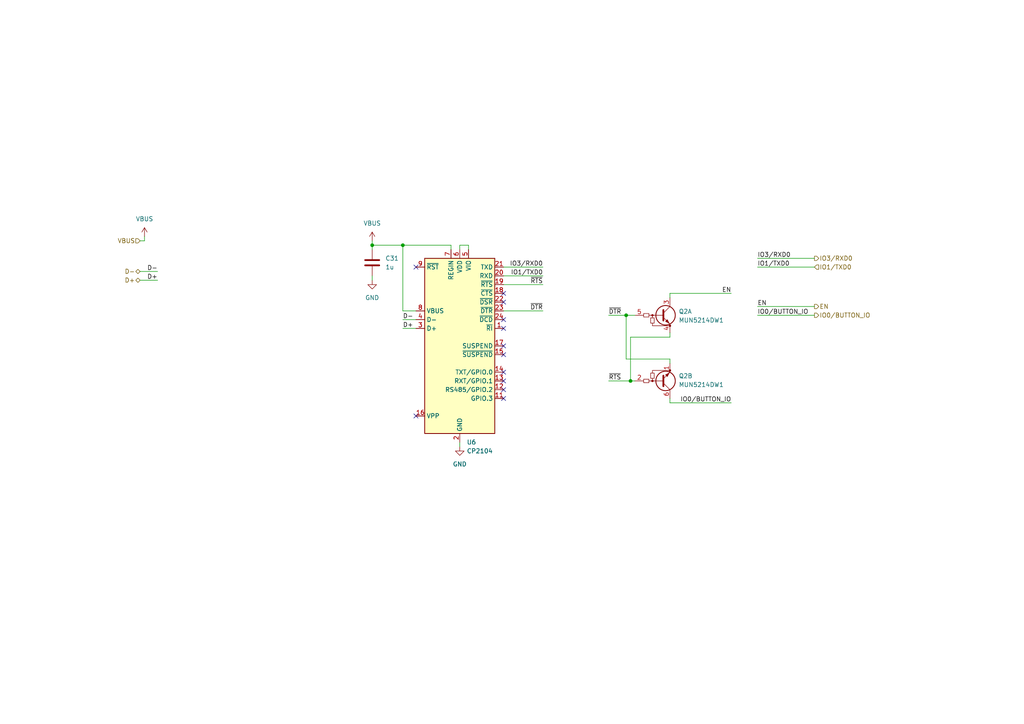
<source format=kicad_sch>
(kicad_sch (version 20211123) (generator eeschema)

  (uuid c316adfa-88f0-4d0a-8139-cb7832624e9b)

  (paper "A4")

  (title_block
    (title "SolarNode")
    (date "2021-12-23")
    (rev "0.1")
  )

  (lib_symbols
    (symbol "Device:C" (pin_numbers hide) (pin_names (offset 0.254)) (in_bom yes) (on_board yes)
      (property "Reference" "C" (id 0) (at 0.635 2.54 0)
        (effects (font (size 1.27 1.27)) (justify left))
      )
      (property "Value" "C" (id 1) (at 0.635 -2.54 0)
        (effects (font (size 1.27 1.27)) (justify left))
      )
      (property "Footprint" "" (id 2) (at 0.9652 -3.81 0)
        (effects (font (size 1.27 1.27)) hide)
      )
      (property "Datasheet" "~" (id 3) (at 0 0 0)
        (effects (font (size 1.27 1.27)) hide)
      )
      (property "ki_keywords" "cap capacitor" (id 4) (at 0 0 0)
        (effects (font (size 1.27 1.27)) hide)
      )
      (property "ki_description" "Unpolarized capacitor" (id 5) (at 0 0 0)
        (effects (font (size 1.27 1.27)) hide)
      )
      (property "ki_fp_filters" "C_*" (id 6) (at 0 0 0)
        (effects (font (size 1.27 1.27)) hide)
      )
      (symbol "C_0_1"
        (polyline
          (pts
            (xy -2.032 -0.762)
            (xy 2.032 -0.762)
          )
          (stroke (width 0.508) (type default) (color 0 0 0 0))
          (fill (type none))
        )
        (polyline
          (pts
            (xy -2.032 0.762)
            (xy 2.032 0.762)
          )
          (stroke (width 0.508) (type default) (color 0 0 0 0))
          (fill (type none))
        )
      )
      (symbol "C_1_1"
        (pin passive line (at 0 3.81 270) (length 2.794)
          (name "~" (effects (font (size 1.27 1.27))))
          (number "1" (effects (font (size 1.27 1.27))))
        )
        (pin passive line (at 0 -3.81 90) (length 2.794)
          (name "~" (effects (font (size 1.27 1.27))))
          (number "2" (effects (font (size 1.27 1.27))))
        )
      )
    )
    (symbol "Interface_USB:CP2104" (in_bom yes) (on_board yes)
      (property "Reference" "U" (id 0) (at -5.08 28.575 0)
        (effects (font (size 1.27 1.27)) (justify right))
      )
      (property "Value" "CP2104" (id 1) (at -5.08 26.67 0)
        (effects (font (size 1.27 1.27)) (justify right))
      )
      (property "Footprint" "Package_DFN_QFN:QFN-24-1EP_4x4mm_P0.5mm_EP2.6x2.6mm" (id 2) (at 29.21 -52.07 0)
        (effects (font (size 1.27 1.27)) (justify left) hide)
      )
      (property "Datasheet" "https://www.silabs.com/documents/public/data-sheets/cp2104.pdf" (id 3) (at 105.41 10.16 0)
        (effects (font (size 1.27 1.27)) hide)
      )
      (property "ki_keywords" "uart usb bridge interface transceiver" (id 4) (at 0 0 0)
        (effects (font (size 1.27 1.27)) hide)
      )
      (property "ki_description" "Single-Chip USB-to-UART Bridge, USB 2.0 Full-Speed, 2Mbps UART, QFN-24" (id 5) (at 0 0 0)
        (effects (font (size 1.27 1.27)) hide)
      )
      (property "ki_fp_filters" "QFN*4x4mm*P0.5mm*" (id 6) (at 0 0 0)
        (effects (font (size 1.27 1.27)) hide)
      )
      (symbol "CP2104_1_1"
        (rectangle (start -10.16 25.4) (end 10.16 -25.4)
          (stroke (width 0.254) (type default) (color 0 0 0 0))
          (fill (type background))
        )
        (pin input line (at 12.7 5.08 180) (length 2.54)
          (name "~{RI}" (effects (font (size 1.27 1.27))))
          (number "1" (effects (font (size 1.27 1.27))))
        )
        (pin no_connect line (at 10.16 -20.32 180) (length 2.54) hide
          (name "NC" (effects (font (size 1.27 1.27))))
          (number "10" (effects (font (size 1.27 1.27))))
        )
        (pin bidirectional line (at 12.7 -15.24 180) (length 2.54)
          (name "GPIO.3" (effects (font (size 1.27 1.27))))
          (number "11" (effects (font (size 1.27 1.27))))
        )
        (pin bidirectional line (at 12.7 -12.7 180) (length 2.54)
          (name "RS485/GPIO.2" (effects (font (size 1.27 1.27))))
          (number "12" (effects (font (size 1.27 1.27))))
        )
        (pin bidirectional line (at 12.7 -10.16 180) (length 2.54)
          (name "RXT/GPIO.1" (effects (font (size 1.27 1.27))))
          (number "13" (effects (font (size 1.27 1.27))))
        )
        (pin bidirectional line (at 12.7 -7.62 180) (length 2.54)
          (name "TXT/GPIO.0" (effects (font (size 1.27 1.27))))
          (number "14" (effects (font (size 1.27 1.27))))
        )
        (pin output line (at 12.7 -2.54 180) (length 2.54)
          (name "~{SUSPEND}" (effects (font (size 1.27 1.27))))
          (number "15" (effects (font (size 1.27 1.27))))
        )
        (pin passive line (at -12.7 -20.32 0) (length 2.54)
          (name "VPP" (effects (font (size 1.27 1.27))))
          (number "16" (effects (font (size 1.27 1.27))))
        )
        (pin output line (at 12.7 0 180) (length 2.54)
          (name "SUSPEND" (effects (font (size 1.27 1.27))))
          (number "17" (effects (font (size 1.27 1.27))))
        )
        (pin input line (at 12.7 15.24 180) (length 2.54)
          (name "~{CTS}" (effects (font (size 1.27 1.27))))
          (number "18" (effects (font (size 1.27 1.27))))
        )
        (pin output line (at 12.7 17.78 180) (length 2.54)
          (name "~{RTS}" (effects (font (size 1.27 1.27))))
          (number "19" (effects (font (size 1.27 1.27))))
        )
        (pin power_in line (at 0 -27.94 90) (length 2.54)
          (name "GND" (effects (font (size 1.27 1.27))))
          (number "2" (effects (font (size 1.27 1.27))))
        )
        (pin input line (at 12.7 20.32 180) (length 2.54)
          (name "RXD" (effects (font (size 1.27 1.27))))
          (number "20" (effects (font (size 1.27 1.27))))
        )
        (pin output line (at 12.7 22.86 180) (length 2.54)
          (name "TXD" (effects (font (size 1.27 1.27))))
          (number "21" (effects (font (size 1.27 1.27))))
        )
        (pin input line (at 12.7 12.7 180) (length 2.54)
          (name "~{DSR}" (effects (font (size 1.27 1.27))))
          (number "22" (effects (font (size 1.27 1.27))))
        )
        (pin output line (at 12.7 10.16 180) (length 2.54)
          (name "~{DTR}" (effects (font (size 1.27 1.27))))
          (number "23" (effects (font (size 1.27 1.27))))
        )
        (pin input line (at 12.7 7.62 180) (length 2.54)
          (name "~{DCD}" (effects (font (size 1.27 1.27))))
          (number "24" (effects (font (size 1.27 1.27))))
        )
        (pin passive line (at 0 -27.94 90) (length 2.54) hide
          (name "GND" (effects (font (size 1.27 1.27))))
          (number "25" (effects (font (size 1.27 1.27))))
        )
        (pin bidirectional line (at -12.7 5.08 0) (length 2.54)
          (name "D+" (effects (font (size 1.27 1.27))))
          (number "3" (effects (font (size 1.27 1.27))))
        )
        (pin bidirectional line (at -12.7 7.62 0) (length 2.54)
          (name "D-" (effects (font (size 1.27 1.27))))
          (number "4" (effects (font (size 1.27 1.27))))
        )
        (pin power_in line (at 2.54 27.94 270) (length 2.54)
          (name "VIO" (effects (font (size 1.27 1.27))))
          (number "5" (effects (font (size 1.27 1.27))))
        )
        (pin power_in line (at 0 27.94 270) (length 2.54)
          (name "VDD" (effects (font (size 1.27 1.27))))
          (number "6" (effects (font (size 1.27 1.27))))
        )
        (pin power_in line (at -2.54 27.94 270) (length 2.54)
          (name "REGIN" (effects (font (size 1.27 1.27))))
          (number "7" (effects (font (size 1.27 1.27))))
        )
        (pin input line (at -12.7 10.16 0) (length 2.54)
          (name "VBUS" (effects (font (size 1.27 1.27))))
          (number "8" (effects (font (size 1.27 1.27))))
        )
        (pin bidirectional line (at -12.7 22.86 0) (length 2.54)
          (name "~{RST}" (effects (font (size 1.27 1.27))))
          (number "9" (effects (font (size 1.27 1.27))))
        )
      )
    )
    (symbol "Transistor_BJT:MUN5211DW1" (pin_names hide) (in_bom yes) (on_board yes)
      (property "Reference" "Q" (id 0) (at 3.81 1.27 0)
        (effects (font (size 1.27 1.27)) (justify left))
      )
      (property "Value" "MUN5211DW1" (id 1) (at 3.81 -1.27 0)
        (effects (font (size 1.27 1.27)) (justify left))
      )
      (property "Footprint" "Package_TO_SOT_SMD:SOT-363_SC-70-6" (id 2) (at 0.127 -11.176 0)
        (effects (font (size 1.27 1.27)) hide)
      )
      (property "Datasheet" "http://www.onsemi.com/pub/Collateral/DTC114ED-D.PDF" (id 3) (at 0 0 0)
        (effects (font (size 1.27 1.27)) hide)
      )
      (property "ki_keywords" "Dual NPN Transistor" (id 4) (at 0 0 0)
        (effects (font (size 1.27 1.27)) hide)
      )
      (property "ki_description" "0.1A Ic, 50V Vce, Dual NPN Bias Resistor Transistors, SOT-363" (id 5) (at 0 0 0)
        (effects (font (size 1.27 1.27)) hide)
      )
      (property "ki_fp_filters" "SOT*363*" (id 6) (at 0 0 0)
        (effects (font (size 1.27 1.27)) hide)
      )
      (symbol "MUN5211DW1_0_1"
        (rectangle (start -6.35 0.508) (end -4.826 -0.508)
          (stroke (width 0) (type default) (color 0 0 0 0))
          (fill (type none))
        )
        (rectangle (start -4.318 -2.286) (end -3.302 -0.762)
          (stroke (width 0) (type default) (color 0 0 0 0))
          (fill (type none))
        )
        (circle (center -3.81 0) (radius 0.254)
          (stroke (width 0) (type default) (color 0 0 0 0))
          (fill (type outline))
        )
        (polyline
          (pts
            (xy -3.81 -0.762)
            (xy -3.81 0)
          )
          (stroke (width 0) (type default) (color 0 0 0 0))
          (fill (type none))
        )
        (polyline
          (pts
            (xy -0.762 0)
            (xy -4.826 0)
          )
          (stroke (width 0) (type default) (color 0 0 0 0))
          (fill (type none))
        )
        (polyline
          (pts
            (xy -0.635 1.524)
            (xy -0.635 -1.524)
          )
          (stroke (width 0.508) (type default) (color 0 0 0 0))
          (fill (type none))
        )
        (polyline
          (pts
            (xy -3.81 -2.286)
            (xy -3.81 -3.048)
            (xy 1.27 -3.048)
          )
          (stroke (width 0) (type default) (color 0 0 0 0))
          (fill (type none))
        )
        (circle (center 1.27 -3.048) (radius 0.254)
          (stroke (width 0) (type default) (color 0 0 0 0))
          (fill (type outline))
        )
      )
      (symbol "MUN5211DW1_1_1"
        (polyline
          (pts
            (xy -0.635 0.635)
            (xy 1.27 2.54)
          )
          (stroke (width 0) (type default) (color 0 0 0 0))
          (fill (type none))
        )
        (polyline
          (pts
            (xy -0.635 -0.635)
            (xy 1.27 -2.54)
            (xy 1.27 -2.54)
          )
          (stroke (width 0) (type default) (color 0 0 0 0))
          (fill (type none))
        )
        (polyline
          (pts
            (xy 0 -1.778)
            (xy 0.508 -1.27)
            (xy 1.016 -2.286)
            (xy 0 -1.778)
            (xy 0 -1.778)
          )
          (stroke (width 0) (type default) (color 0 0 0 0))
          (fill (type outline))
        )
        (circle (center 0 0) (radius 2.8194)
          (stroke (width 0.254) (type default) (color 0 0 0 0))
          (fill (type none))
        )
        (pin passive line (at 1.27 5.08 270) (length 2.54)
          (name "C1" (effects (font (size 1.27 1.27))))
          (number "3" (effects (font (size 1.27 1.27))))
        )
        (pin passive line (at 1.27 -5.08 90) (length 2.54)
          (name "E1" (effects (font (size 1.27 1.27))))
          (number "4" (effects (font (size 1.27 1.27))))
        )
        (pin input line (at -8.89 0 0) (length 2.54)
          (name "B1" (effects (font (size 1.27 1.27))))
          (number "5" (effects (font (size 1.27 1.27))))
        )
      )
      (symbol "MUN5211DW1_2_1"
        (polyline
          (pts
            (xy -0.635 0.635)
            (xy 1.27 2.54)
          )
          (stroke (width 0) (type default) (color 0 0 0 0))
          (fill (type none))
        )
        (polyline
          (pts
            (xy -0.635 -0.635)
            (xy 1.27 -2.54)
            (xy 1.27 -2.54)
          )
          (stroke (width 0) (type default) (color 0 0 0 0))
          (fill (type none))
        )
        (polyline
          (pts
            (xy 0 -1.778)
            (xy 0.508 -1.27)
            (xy 1.016 -2.286)
            (xy 0 -1.778)
            (xy 0 -1.778)
          )
          (stroke (width 0) (type default) (color 0 0 0 0))
          (fill (type outline))
        )
        (circle (center 0 0) (radius 2.8194)
          (stroke (width 0.254) (type default) (color 0 0 0 0))
          (fill (type none))
        )
        (pin passive line (at 1.27 -5.08 90) (length 2.54)
          (name "E2" (effects (font (size 1.27 1.27))))
          (number "1" (effects (font (size 1.27 1.27))))
        )
        (pin input line (at -8.89 0 0) (length 2.54)
          (name "B2" (effects (font (size 1.27 1.27))))
          (number "2" (effects (font (size 1.27 1.27))))
        )
        (pin passive line (at 1.27 5.08 270) (length 2.54)
          (name "C2" (effects (font (size 1.27 1.27))))
          (number "6" (effects (font (size 1.27 1.27))))
        )
      )
    )
    (symbol "power:GND" (power) (pin_names (offset 0)) (in_bom yes) (on_board yes)
      (property "Reference" "#PWR" (id 0) (at 0 -6.35 0)
        (effects (font (size 1.27 1.27)) hide)
      )
      (property "Value" "GND" (id 1) (at 0 -3.81 0)
        (effects (font (size 1.27 1.27)))
      )
      (property "Footprint" "" (id 2) (at 0 0 0)
        (effects (font (size 1.27 1.27)) hide)
      )
      (property "Datasheet" "" (id 3) (at 0 0 0)
        (effects (font (size 1.27 1.27)) hide)
      )
      (property "ki_keywords" "power-flag" (id 4) (at 0 0 0)
        (effects (font (size 1.27 1.27)) hide)
      )
      (property "ki_description" "Power symbol creates a global label with name \"GND\" , ground" (id 5) (at 0 0 0)
        (effects (font (size 1.27 1.27)) hide)
      )
      (symbol "GND_0_1"
        (polyline
          (pts
            (xy 0 0)
            (xy 0 -1.27)
            (xy 1.27 -1.27)
            (xy 0 -2.54)
            (xy -1.27 -1.27)
            (xy 0 -1.27)
          )
          (stroke (width 0) (type default) (color 0 0 0 0))
          (fill (type none))
        )
      )
      (symbol "GND_1_1"
        (pin power_in line (at 0 0 270) (length 0) hide
          (name "GND" (effects (font (size 1.27 1.27))))
          (number "1" (effects (font (size 1.27 1.27))))
        )
      )
    )
    (symbol "power:VBUS" (power) (pin_names (offset 0)) (in_bom yes) (on_board yes)
      (property "Reference" "#PWR" (id 0) (at 0 -3.81 0)
        (effects (font (size 1.27 1.27)) hide)
      )
      (property "Value" "VBUS" (id 1) (at 0 3.81 0)
        (effects (font (size 1.27 1.27)))
      )
      (property "Footprint" "" (id 2) (at 0 0 0)
        (effects (font (size 1.27 1.27)) hide)
      )
      (property "Datasheet" "" (id 3) (at 0 0 0)
        (effects (font (size 1.27 1.27)) hide)
      )
      (property "ki_keywords" "power-flag" (id 4) (at 0 0 0)
        (effects (font (size 1.27 1.27)) hide)
      )
      (property "ki_description" "Power symbol creates a global label with name \"VBUS\"" (id 5) (at 0 0 0)
        (effects (font (size 1.27 1.27)) hide)
      )
      (symbol "VBUS_0_1"
        (polyline
          (pts
            (xy -0.762 1.27)
            (xy 0 2.54)
          )
          (stroke (width 0) (type default) (color 0 0 0 0))
          (fill (type none))
        )
        (polyline
          (pts
            (xy 0 0)
            (xy 0 2.54)
          )
          (stroke (width 0) (type default) (color 0 0 0 0))
          (fill (type none))
        )
        (polyline
          (pts
            (xy 0 2.54)
            (xy 0.762 1.27)
          )
          (stroke (width 0) (type default) (color 0 0 0 0))
          (fill (type none))
        )
      )
      (symbol "VBUS_1_1"
        (pin power_in line (at 0 0 90) (length 0) hide
          (name "VBUS" (effects (font (size 1.27 1.27))))
          (number "1" (effects (font (size 1.27 1.27))))
        )
      )
    )
  )

  (junction (at 107.95 71.12) (diameter 0) (color 0 0 0 0)
    (uuid 41c2e4e9-6f21-4f44-ac36-3b383f6c510f)
  )
  (junction (at 182.88 110.49) (diameter 0) (color 0 0 0 0)
    (uuid 56d8686f-51f3-447d-8031-e4f2717bcbd4)
  )
  (junction (at 116.84 71.12) (diameter 0) (color 0 0 0 0)
    (uuid 5f8b1ee1-d532-480d-a87d-7b8313c7543e)
  )
  (junction (at 181.61 91.44) (diameter 0) (color 0 0 0 0)
    (uuid aaa1083b-b322-48b0-bdd2-07be34f4db6a)
  )

  (no_connect (at 120.65 120.65) (uuid 349981e6-7be2-461a-bfde-4aee61242374))
  (no_connect (at 146.05 85.09) (uuid 4f80f9e0-d622-4020-afe8-8a293106b0c6))
  (no_connect (at 146.05 102.87) (uuid 6552e3c6-b60e-49c2-8919-de5d7d819766))
  (no_connect (at 146.05 107.95) (uuid 68bbe94a-e953-403c-aeb3-785577d2f289))
  (no_connect (at 146.05 110.49) (uuid 73163783-854e-4cf9-bd52-a4261ff5c886))
  (no_connect (at 146.05 92.71) (uuid 8d4eb30c-73d6-453e-af2c-d88450d72223))
  (no_connect (at 146.05 115.57) (uuid 93200fac-8842-4015-9985-ba3a17d0786a))
  (no_connect (at 120.65 77.47) (uuid 97c99f12-e287-46b8-9af1-4595e008436c))
  (no_connect (at 146.05 100.33) (uuid b262b694-af33-4a4c-ad26-b5edc1f538a8))
  (no_connect (at 146.05 113.03) (uuid b4832a6d-31a6-4e1e-b22d-c1df9fcd2ab6))
  (no_connect (at 146.05 87.63) (uuid d10e6c4f-f2aa-43b5-a6fc-0934b66decf0))
  (no_connect (at 146.05 95.25) (uuid dc4e2e01-9968-4395-82d1-f6a40bef2091))

  (wire (pts (xy 135.89 72.39) (xy 135.89 71.12))
    (stroke (width 0) (type default) (color 0 0 0 0))
    (uuid 031c629d-a200-45f3-8138-0bb8718f6f3f)
  )
  (wire (pts (xy 194.31 85.09) (xy 212.09 85.09))
    (stroke (width 0) (type default) (color 0 0 0 0))
    (uuid 0653645b-921b-4ac6-a349-056c6926cee2)
  )
  (wire (pts (xy 219.71 88.9) (xy 236.22 88.9))
    (stroke (width 0) (type default) (color 0 0 0 0))
    (uuid 116ba2c0-c9b8-4d6f-8f04-74d5bbb9a5d5)
  )
  (wire (pts (xy 194.31 97.79) (xy 182.88 97.79))
    (stroke (width 0) (type default) (color 0 0 0 0))
    (uuid 1a6b5bed-117c-46cf-81fe-9f8995eadeea)
  )
  (wire (pts (xy 176.53 91.44) (xy 181.61 91.44))
    (stroke (width 0) (type default) (color 0 0 0 0))
    (uuid 21078989-bd11-4234-9493-df3d9edec816)
  )
  (wire (pts (xy 146.05 77.47) (xy 157.48 77.47))
    (stroke (width 0) (type default) (color 0 0 0 0))
    (uuid 2962051e-21ce-4fc0-bff8-743dde1a63f8)
  )
  (wire (pts (xy 219.71 74.93) (xy 236.22 74.93))
    (stroke (width 0) (type default) (color 0 0 0 0))
    (uuid 2b71fb65-ff99-4af6-b2f3-923896c8e5e4)
  )
  (wire (pts (xy 133.35 128.27) (xy 133.35 129.54))
    (stroke (width 0) (type default) (color 0 0 0 0))
    (uuid 317f5138-9909-45b4-8873-9e50a23fc882)
  )
  (wire (pts (xy 146.05 80.01) (xy 157.48 80.01))
    (stroke (width 0) (type default) (color 0 0 0 0))
    (uuid 3528f2e4-dee7-447d-80e6-565b6f9c42d1)
  )
  (wire (pts (xy 116.84 71.12) (xy 116.84 90.17))
    (stroke (width 0) (type default) (color 0 0 0 0))
    (uuid 36dc57a3-4a3d-48be-967e-b38b21a5f934)
  )
  (wire (pts (xy 41.91 69.85) (xy 41.91 68.58))
    (stroke (width 0) (type default) (color 0 0 0 0))
    (uuid 39a3899d-1da0-436c-9246-86e3a7821960)
  )
  (wire (pts (xy 107.95 80.01) (xy 107.95 81.28))
    (stroke (width 0) (type default) (color 0 0 0 0))
    (uuid 39ad1c57-b544-4659-8f83-6390bd7cf62b)
  )
  (wire (pts (xy 133.35 71.12) (xy 133.35 72.39))
    (stroke (width 0) (type default) (color 0 0 0 0))
    (uuid 39cfd956-8249-4bb3-be05-92bd055c72e2)
  )
  (wire (pts (xy 135.89 71.12) (xy 133.35 71.12))
    (stroke (width 0) (type default) (color 0 0 0 0))
    (uuid 4a87cf67-e8f1-4cc7-b905-4e8131d35e31)
  )
  (wire (pts (xy 116.84 90.17) (xy 120.65 90.17))
    (stroke (width 0) (type default) (color 0 0 0 0))
    (uuid 57eca68a-d142-4087-814f-f6fc6c6cce83)
  )
  (wire (pts (xy 107.95 69.85) (xy 107.95 71.12))
    (stroke (width 0) (type default) (color 0 0 0 0))
    (uuid 5af6f5ea-6f92-4782-839e-f7989354359c)
  )
  (wire (pts (xy 116.84 71.12) (xy 130.81 71.12))
    (stroke (width 0) (type default) (color 0 0 0 0))
    (uuid 60e50883-880e-493d-b449-e69d99d92d91)
  )
  (wire (pts (xy 194.31 104.14) (xy 181.61 104.14))
    (stroke (width 0) (type default) (color 0 0 0 0))
    (uuid 6ac63ae0-e955-472f-b974-76290cb33a42)
  )
  (wire (pts (xy 107.95 71.12) (xy 116.84 71.12))
    (stroke (width 0) (type default) (color 0 0 0 0))
    (uuid 6e96a0f2-f053-4b8a-a624-d2dabe7fa8b7)
  )
  (wire (pts (xy 182.88 97.79) (xy 182.88 110.49))
    (stroke (width 0) (type default) (color 0 0 0 0))
    (uuid 717496a0-92e6-43b1-a3f2-8347171ed053)
  )
  (wire (pts (xy 181.61 91.44) (xy 184.15 91.44))
    (stroke (width 0) (type default) (color 0 0 0 0))
    (uuid 7f4e696f-7dda-40df-ae81-ce4dc2484b97)
  )
  (wire (pts (xy 130.81 72.39) (xy 130.81 71.12))
    (stroke (width 0) (type default) (color 0 0 0 0))
    (uuid 8e3b1c5e-07e3-4e3d-89b1-1eee7100e2ef)
  )
  (wire (pts (xy 116.84 92.71) (xy 120.65 92.71))
    (stroke (width 0) (type default) (color 0 0 0 0))
    (uuid 91e29217-52b5-4c5f-a12b-783bd11aead9)
  )
  (wire (pts (xy 181.61 91.44) (xy 181.61 104.14))
    (stroke (width 0) (type default) (color 0 0 0 0))
    (uuid 9686a67b-25e0-4079-bce3-52294292d310)
  )
  (wire (pts (xy 182.88 110.49) (xy 184.15 110.49))
    (stroke (width 0) (type default) (color 0 0 0 0))
    (uuid b4551639-8472-48bf-9fdb-f9c78fdee867)
  )
  (wire (pts (xy 194.31 86.36) (xy 194.31 85.09))
    (stroke (width 0) (type default) (color 0 0 0 0))
    (uuid b62d2d6d-3480-403e-8aa4-47ccc807151f)
  )
  (wire (pts (xy 219.71 77.47) (xy 236.22 77.47))
    (stroke (width 0) (type default) (color 0 0 0 0))
    (uuid b69f95d1-4f0d-4984-8168-8305b9307801)
  )
  (wire (pts (xy 219.71 91.44) (xy 236.22 91.44))
    (stroke (width 0) (type default) (color 0 0 0 0))
    (uuid bb649e8e-8173-410a-be21-8cabcbd202a8)
  )
  (wire (pts (xy 116.84 95.25) (xy 120.65 95.25))
    (stroke (width 0) (type default) (color 0 0 0 0))
    (uuid bfdd5e51-991f-452c-a9be-76c9c8289b89)
  )
  (wire (pts (xy 194.31 116.84) (xy 212.09 116.84))
    (stroke (width 0) (type default) (color 0 0 0 0))
    (uuid c1c7e22b-caf0-473e-b271-97bdc0894602)
  )
  (wire (pts (xy 194.31 96.52) (xy 194.31 97.79))
    (stroke (width 0) (type default) (color 0 0 0 0))
    (uuid c97b486e-2106-47b7-a62b-7599c11eeae4)
  )
  (wire (pts (xy 194.31 115.57) (xy 194.31 116.84))
    (stroke (width 0) (type default) (color 0 0 0 0))
    (uuid caae0d9e-2977-4fa4-9da9-f1570dc5ce34)
  )
  (wire (pts (xy 40.64 78.74) (xy 45.72 78.74))
    (stroke (width 0) (type default) (color 0 0 0 0))
    (uuid ce925b4c-e5e9-4f6d-99b9-a264199e8ed5)
  )
  (wire (pts (xy 146.05 82.55) (xy 157.48 82.55))
    (stroke (width 0) (type default) (color 0 0 0 0))
    (uuid e56b8faa-6ea1-452d-8cfb-cbaf6bf58e92)
  )
  (wire (pts (xy 40.64 69.85) (xy 41.91 69.85))
    (stroke (width 0) (type default) (color 0 0 0 0))
    (uuid ed398ec1-d757-42a3-a02f-4a937096deb4)
  )
  (wire (pts (xy 40.64 81.28) (xy 45.72 81.28))
    (stroke (width 0) (type default) (color 0 0 0 0))
    (uuid ef10389c-0610-4612-8748-cf8588110b95)
  )
  (wire (pts (xy 176.53 110.49) (xy 182.88 110.49))
    (stroke (width 0) (type default) (color 0 0 0 0))
    (uuid f11f8018-a03f-4b62-a24c-66819faf8bba)
  )
  (wire (pts (xy 107.95 71.12) (xy 107.95 72.39))
    (stroke (width 0) (type default) (color 0 0 0 0))
    (uuid f147729e-07a1-479b-afbd-4049cb3c8edf)
  )
  (wire (pts (xy 146.05 90.17) (xy 157.48 90.17))
    (stroke (width 0) (type default) (color 0 0 0 0))
    (uuid fa661cd9-d8a4-4e17-b81d-4b03208d1ad4)
  )
  (wire (pts (xy 194.31 105.41) (xy 194.31 104.14))
    (stroke (width 0) (type default) (color 0 0 0 0))
    (uuid faac7cd8-9b75-4014-9699-f8d57a6009f9)
  )

  (label "IO0{slash}BUTTON_IO" (at 212.09 116.84 180)
    (effects (font (size 1.27 1.27)) (justify right bottom))
    (uuid 39cfc196-aa82-44c7-ba4f-f2d4f8ae2068)
  )
  (label "~{DTR}" (at 176.53 91.44 0)
    (effects (font (size 1.27 1.27)) (justify left bottom))
    (uuid 425dd7f6-0f40-4c56-b2fc-81e7beb24a68)
  )
  (label "D-" (at 116.84 92.71 0)
    (effects (font (size 1.27 1.27)) (justify left bottom))
    (uuid 4f5a8807-77ff-483d-b06b-d4aed27415c4)
  )
  (label "IO3/RXD0" (at 157.48 77.47 180)
    (effects (font (size 1.27 1.27)) (justify right bottom))
    (uuid 5dff3b12-eb14-47d6-9cef-849231c96bdb)
  )
  (label "IO1/TXD0" (at 157.48 80.01 180)
    (effects (font (size 1.27 1.27)) (justify right bottom))
    (uuid 5f8a5dc4-09c9-4e3b-aa40-60a9831133bf)
  )
  (label "D-" (at 45.72 78.74 180)
    (effects (font (size 1.27 1.27)) (justify right bottom))
    (uuid 6388863a-43e3-495d-a5ca-5117f19b880c)
  )
  (label "~{RTS}" (at 176.53 110.49 0)
    (effects (font (size 1.27 1.27)) (justify left bottom))
    (uuid 668a104d-9935-4189-afd0-89b9dacb2ad6)
  )
  (label "D+" (at 116.84 95.25 0)
    (effects (font (size 1.27 1.27)) (justify left bottom))
    (uuid 6e5af1c9-a5b3-4e03-90f8-54bdc29bc2ac)
  )
  (label "~{RTS}" (at 157.48 82.55 180)
    (effects (font (size 1.27 1.27)) (justify right bottom))
    (uuid 9cd1fac5-0e14-46f2-a28a-6665f76e052b)
  )
  (label "IO3/RXD0" (at 219.71 74.93 0)
    (effects (font (size 1.27 1.27)) (justify left bottom))
    (uuid 9cedb6ef-3886-4624-9fcf-720fc13900f7)
  )
  (label "D+" (at 45.72 81.28 180)
    (effects (font (size 1.27 1.27)) (justify right bottom))
    (uuid cdaa2e29-ebca-44f8-bd5a-5553f9102aee)
  )
  (label "IO0{slash}BUTTON_IO" (at 219.71 91.44 0)
    (effects (font (size 1.27 1.27)) (justify left bottom))
    (uuid e53d02b3-9ad7-4991-9e4f-094a7c742247)
  )
  (label "~{DTR}" (at 157.48 90.17 180)
    (effects (font (size 1.27 1.27)) (justify right bottom))
    (uuid e8e3baa7-4e6e-420d-ac68-8472224a7175)
  )
  (label "EN" (at 212.09 85.09 180)
    (effects (font (size 1.27 1.27)) (justify right bottom))
    (uuid e96e2a36-799f-4bcd-83ed-a16faa18617b)
  )
  (label "IO1{slash}TXD0" (at 219.71 77.47 0)
    (effects (font (size 1.27 1.27)) (justify left bottom))
    (uuid f25eb6c3-574e-4c65-961f-04236847c18d)
  )
  (label "EN" (at 219.71 88.9 0)
    (effects (font (size 1.27 1.27)) (justify left bottom))
    (uuid f787a54d-0b8b-4d83-a82e-c7a1b084a999)
  )

  (hierarchical_label "D+" (shape bidirectional) (at 40.64 81.28 180)
    (effects (font (size 1.27 1.27)) (justify right))
    (uuid 22e2386d-80f7-4c4a-84c6-a0dfbae3dc2a)
  )
  (hierarchical_label "VBUS" (shape input) (at 40.64 69.85 180)
    (effects (font (size 1.27 1.27)) (justify right))
    (uuid 27b3bffd-b10c-47b5-9b3d-09170330669a)
  )
  (hierarchical_label "D-" (shape bidirectional) (at 40.64 78.74 180)
    (effects (font (size 1.27 1.27)) (justify right))
    (uuid 4ee21d82-8695-48b9-8c65-644b6bbf2548)
  )
  (hierarchical_label "IO1{slash}TXD0" (shape input) (at 236.22 77.47 0)
    (effects (font (size 1.27 1.27)) (justify left))
    (uuid 5aee48c9-47ba-472f-95df-8759171458e7)
  )
  (hierarchical_label "IO0{slash}BUTTON_IO" (shape output) (at 236.22 91.44 0)
    (effects (font (size 1.27 1.27)) (justify left))
    (uuid 8ccbe8d8-b4d7-46b7-96da-c9ac3c657e64)
  )
  (hierarchical_label "EN" (shape output) (at 236.22 88.9 0)
    (effects (font (size 1.27 1.27)) (justify left))
    (uuid 950314be-f247-4da3-b1a2-b5b7d2674db3)
  )
  (hierarchical_label "IO3{slash}RXD0" (shape output) (at 236.22 74.93 0)
    (effects (font (size 1.27 1.27)) (justify left))
    (uuid e1a10b5e-3e84-4942-8c6e-e7701209cc3f)
  )

  (symbol (lib_id "power:VBUS") (at 41.91 68.58 0) (unit 1)
    (in_bom yes) (on_board yes) (fields_autoplaced)
    (uuid 174c92ef-a4dc-480c-afdd-0991644a48d1)
    (property "Reference" "#PWR0103" (id 0) (at 41.91 72.39 0)
      (effects (font (size 1.27 1.27)) hide)
    )
    (property "Value" "VBUS" (id 1) (at 41.91 63.5 0))
    (property "Footprint" "" (id 2) (at 41.91 68.58 0)
      (effects (font (size 1.27 1.27)) hide)
    )
    (property "Datasheet" "" (id 3) (at 41.91 68.58 0)
      (effects (font (size 1.27 1.27)) hide)
    )
    (pin "1" (uuid fb651d0f-b778-453f-ba67-7b530e72ee9a))
  )

  (symbol (lib_id "power:GND") (at 107.95 81.28 0) (unit 1)
    (in_bom yes) (on_board yes) (fields_autoplaced)
    (uuid 6a6e0b05-32fa-45f8-8d2c-0fd0d318b0c1)
    (property "Reference" "#PWR0105" (id 0) (at 107.95 87.63 0)
      (effects (font (size 1.27 1.27)) hide)
    )
    (property "Value" "GND" (id 1) (at 107.95 86.36 0))
    (property "Footprint" "" (id 2) (at 107.95 81.28 0)
      (effects (font (size 1.27 1.27)) hide)
    )
    (property "Datasheet" "" (id 3) (at 107.95 81.28 0)
      (effects (font (size 1.27 1.27)) hide)
    )
    (pin "1" (uuid 2be5362a-6fc7-45d7-b8d4-b22ebdca6b33))
  )

  (symbol (lib_id "Transistor_BJT:MUN5211DW1") (at 193.04 91.44 0) (unit 1)
    (in_bom yes) (on_board yes) (fields_autoplaced)
    (uuid 845cf4d3-925e-49e7-ae16-97ae3cd2a548)
    (property "Reference" "Q2" (id 0) (at 196.85 90.3477 0)
      (effects (font (size 1.27 1.27)) (justify left))
    )
    (property "Value" "MUN5214DW1" (id 1) (at 196.85 92.8877 0)
      (effects (font (size 1.27 1.27)) (justify left))
    )
    (property "Footprint" "Package_TO_SOT_SMD:SOT-363_SC-70-6" (id 2) (at 193.167 102.616 0)
      (effects (font (size 1.27 1.27)) hide)
    )
    (property "Datasheet" "https://www.onsemi.com/pdf/datasheet/dtc114yd-d.pdf" (id 3) (at 193.04 91.44 0)
      (effects (font (size 1.27 1.27)) hide)
    )
    (property "MPN" "MUN5214DW1T1G" (id 4) (at 193.04 91.44 0)
      (effects (font (size 1.27 1.27)) hide)
    )
    (property "Manufacturer" "onsemi" (id 5) (at 193.04 91.44 0)
      (effects (font (size 1.27 1.27)) hide)
    )
    (pin "3" (uuid ccf9a446-bdd7-411e-b820-8eb08e78e790))
    (pin "4" (uuid 83376c93-c6e8-4b5f-a997-d260f952ef8b))
    (pin "5" (uuid 8c5e0b2a-800e-4211-993a-66b463aadda7))
  )

  (symbol (lib_id "power:VBUS") (at 107.95 69.85 0) (unit 1)
    (in_bom yes) (on_board yes) (fields_autoplaced)
    (uuid afd42d35-68e8-4b90-896a-b947565a0d49)
    (property "Reference" "#PWR0104" (id 0) (at 107.95 73.66 0)
      (effects (font (size 1.27 1.27)) hide)
    )
    (property "Value" "VBUS" (id 1) (at 107.95 64.77 0))
    (property "Footprint" "" (id 2) (at 107.95 69.85 0)
      (effects (font (size 1.27 1.27)) hide)
    )
    (property "Datasheet" "" (id 3) (at 107.95 69.85 0)
      (effects (font (size 1.27 1.27)) hide)
    )
    (pin "1" (uuid 2e1c760f-8815-4f7c-892e-a2fc9d026fb9))
  )

  (symbol (lib_id "Interface_USB:CP2104") (at 133.35 100.33 0) (unit 1)
    (in_bom yes) (on_board yes) (fields_autoplaced)
    (uuid ce15c2ce-1278-426e-ab04-0361f5d87972)
    (property "Reference" "U6" (id 0) (at 135.3694 128.27 0)
      (effects (font (size 1.27 1.27)) (justify left))
    )
    (property "Value" "CP2104" (id 1) (at 135.3694 130.81 0)
      (effects (font (size 1.27 1.27)) (justify left))
    )
    (property "Footprint" "Package_DFN_QFN:QFN-24-1EP_4x4mm_P0.5mm_EP2.6x2.6mm" (id 2) (at 162.56 152.4 0)
      (effects (font (size 1.27 1.27)) (justify left) hide)
    )
    (property "Datasheet" "https://www.silabs.com/documents/public/data-sheets/cp2104.pdf" (id 3) (at 238.76 90.17 0)
      (effects (font (size 1.27 1.27)) hide)
    )
    (property "MPN" "CP2104-F03-GM" (id 4) (at 133.35 100.33 0)
      (effects (font (size 1.27 1.27)) hide)
    )
    (property "Manufacturer" "Silicon Labs" (id 5) (at 133.35 100.33 0)
      (effects (font (size 1.27 1.27)) hide)
    )
    (pin "1" (uuid 013ba31b-a5dd-4a83-9bd8-d25ec98b2ab9))
    (pin "10" (uuid b128f4f1-d0a8-4a3a-9e0d-777d41876ce5))
    (pin "11" (uuid b78f70ff-4269-4016-b82a-448372b38197))
    (pin "12" (uuid e9cb9065-dad5-4eef-8cc8-cb2265e482f3))
    (pin "13" (uuid 0d319434-5c1b-4c3c-8a63-0287675fdcc0))
    (pin "14" (uuid ec815cb2-3d71-442c-bf1e-95d756004bfa))
    (pin "15" (uuid 252e8e72-9880-4a4d-b472-42739093398c))
    (pin "16" (uuid b0cfa47b-39f2-42b8-b298-2d8d60b7a941))
    (pin "17" (uuid b414b0c9-a1ef-488f-b18c-548d85d5a901))
    (pin "18" (uuid 2738a020-9421-451b-a2eb-6dc9eb0522ca))
    (pin "19" (uuid 810aca55-5bc9-4600-97be-6b9f5bb5209b))
    (pin "2" (uuid 8aa296e0-aff0-4b3a-8635-783f7aa532d8))
    (pin "20" (uuid fddf4ccd-bfe3-423f-97de-897630210e25))
    (pin "21" (uuid 1fd5e278-0c01-400e-a40c-4d087d8f5a87))
    (pin "22" (uuid 903bbfca-9a8a-42b7-80bb-881ec6a81f74))
    (pin "23" (uuid 88842f5d-acf0-4d0f-839c-d3eb1160d8db))
    (pin "24" (uuid 19dd12f6-8a67-4374-8260-891f8f96a920))
    (pin "25" (uuid 0f1fdf7d-b81c-466c-aace-daec817fe794))
    (pin "3" (uuid 55bee39f-811b-4410-a6ec-b3241059ab03))
    (pin "4" (uuid 40e00dea-71ce-48bb-870f-fd3ace395938))
    (pin "5" (uuid 8cd44844-0c1e-48b9-9856-c2b5d5b944f1))
    (pin "6" (uuid b6c7ee1a-e674-4b16-a2b5-ffedd5226313))
    (pin "7" (uuid 2a9d0a8a-e108-4419-bdc7-9f355ff7dd4b))
    (pin "8" (uuid 9416dfd4-6b22-458f-9669-a6df9f23cb3c))
    (pin "9" (uuid 5849e83a-32fc-4053-86fb-d043b236e744))
  )

  (symbol (lib_id "Device:C") (at 107.95 76.2 0) (unit 1)
    (in_bom yes) (on_board yes) (fields_autoplaced)
    (uuid ecaacd0b-1185-452c-959f-b5f0ae5930b1)
    (property "Reference" "C31" (id 0) (at 111.76 74.9299 0)
      (effects (font (size 1.27 1.27)) (justify left))
    )
    (property "Value" "1u" (id 1) (at 111.76 77.4699 0)
      (effects (font (size 1.27 1.27)) (justify left))
    )
    (property "Footprint" "Capacitor_SMD:C_0603_1608Metric" (id 2) (at 108.9152 80.01 0)
      (effects (font (size 1.27 1.27)) hide)
    )
    (property "Datasheet" "https://www.yageo.com/upload/media/product/productsearch/datasheet/mlcc/UPY-GPHC_X7R_6.3V-to-50V_20.pdf" (id 3) (at 107.95 76.2 0)
      (effects (font (size 1.27 1.27)) hide)
    )
    (property "Manufacturer" "YAGEO" (id 4) (at 107.95 76.2 0)
      (effects (font (size 1.27 1.27)) hide)
    )
    (property "MPN" "CC0603KRX7R8BB105" (id 5) (at 107.95 76.2 0)
      (effects (font (size 1.27 1.27)) hide)
    )
    (pin "1" (uuid 1fdff275-bd1e-4786-a239-5ca840e94f73))
    (pin "2" (uuid 76283056-b0d0-4f57-93cb-f45f14759723))
  )

  (symbol (lib_id "power:GND") (at 133.35 129.54 0) (unit 1)
    (in_bom yes) (on_board yes) (fields_autoplaced)
    (uuid fb95431b-85dc-4724-96e3-1c83ac53f1d6)
    (property "Reference" "#PWR0106" (id 0) (at 133.35 135.89 0)
      (effects (font (size 1.27 1.27)) hide)
    )
    (property "Value" "GND" (id 1) (at 133.35 134.62 0))
    (property "Footprint" "" (id 2) (at 133.35 129.54 0)
      (effects (font (size 1.27 1.27)) hide)
    )
    (property "Datasheet" "" (id 3) (at 133.35 129.54 0)
      (effects (font (size 1.27 1.27)) hide)
    )
    (pin "1" (uuid e717936c-86c8-44f2-ae33-e1fc99becdef))
  )

  (symbol (lib_id "Transistor_BJT:MUN5211DW1") (at 193.04 110.49 0) (mirror x) (unit 2)
    (in_bom yes) (on_board yes) (fields_autoplaced)
    (uuid fdd352ef-4938-4dbf-9d38-cabefff5d9ba)
    (property "Reference" "Q2" (id 0) (at 196.85 109.0421 0)
      (effects (font (size 1.27 1.27)) (justify left))
    )
    (property "Value" "MUN5214DW1" (id 1) (at 196.85 111.5821 0)
      (effects (font (size 1.27 1.27)) (justify left))
    )
    (property "Footprint" "Package_TO_SOT_SMD:SOT-363_SC-70-6" (id 2) (at 193.167 99.314 0)
      (effects (font (size 1.27 1.27)) hide)
    )
    (property "Datasheet" "https://www.onsemi.com/pdf/datasheet/dtc114yd-d.pdf" (id 3) (at 193.04 110.49 0)
      (effects (font (size 1.27 1.27)) hide)
    )
    (property "MPN" "MUN5214DW1T1G" (id 4) (at 193.04 110.49 0)
      (effects (font (size 1.27 1.27)) hide)
    )
    (property "Manufacturer" "onsemi" (id 5) (at 193.04 110.49 0)
      (effects (font (size 1.27 1.27)) hide)
    )
    (pin "1" (uuid df7ba6f5-7719-492f-ae6b-0ab4c1212ea2))
    (pin "2" (uuid 7c1b39bd-78f3-4947-acc9-8b04d04b4440))
    (pin "6" (uuid 5e17c71d-ef6b-4daa-b150-264d3e91336b))
  )
)

</source>
